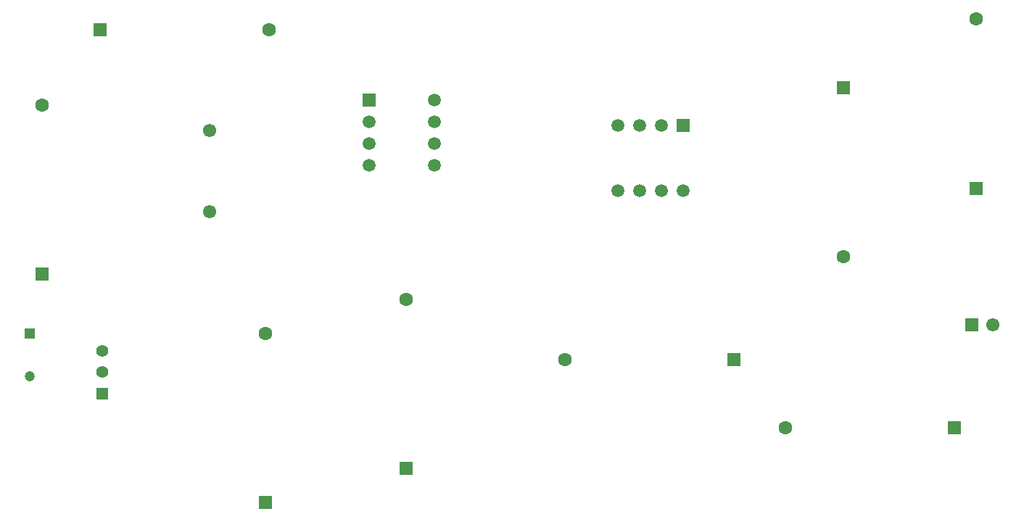
<source format=gbr>
%TF.GenerationSoftware,Altium Limited,Altium Designer,24.9.1 (31)*%
G04 Layer_Color=255*
%FSLAX45Y45*%
%MOMM*%
%TF.SameCoordinates,90D1A1F6-6801-43AA-A97B-90F854C06351*%
%TF.FilePolarity,Positive*%
%TF.FileFunction,Pads,Top*%
%TF.Part,Single*%
G01*
G75*
%TA.AperFunction,ComponentPad*%
%ADD12C,1.20000*%
%ADD13R,1.20000X1.20000*%
%ADD14C,1.60020*%
%ADD15R,1.60020X1.60020*%
%ADD16R,1.50000X1.50000*%
%ADD17C,1.50000*%
%ADD18R,1.50000X1.50000*%
%ADD19R,1.60020X1.60020*%
%ADD20C,1.40000*%
%ADD21R,1.40000X1.40000*%
%ADD22C,1.55000*%
%ADD23R,1.55000X1.55000*%
D12*
X4200000Y4600000D02*
D03*
D13*
Y5100000D02*
D03*
D14*
X8600000Y5500000D02*
D03*
X6950000Y5100000D02*
D03*
X7000000Y8650000D02*
D03*
X15250000Y8773580D02*
D03*
X13026421Y4000000D02*
D03*
X4350000Y7773580D02*
D03*
X10450000Y4800000D02*
D03*
X13700000Y6000000D02*
D03*
D15*
X8600000Y3526420D02*
D03*
X6950000Y3126420D02*
D03*
X15250000Y6800000D02*
D03*
X4350000Y5800000D02*
D03*
X13700000Y7973580D02*
D03*
D16*
X11831000Y7531000D02*
D03*
D17*
X11577000D02*
D03*
X11323000D02*
D03*
X11069000D02*
D03*
X11831000Y6769000D02*
D03*
X11577000D02*
D03*
X11323000D02*
D03*
X11069000D02*
D03*
X8169000Y7577000D02*
D03*
Y7323000D02*
D03*
Y7069000D02*
D03*
X8931000Y7831000D02*
D03*
Y7577000D02*
D03*
Y7323000D02*
D03*
Y7069000D02*
D03*
D18*
X8169000Y7831000D02*
D03*
D19*
X5026420Y8650000D02*
D03*
X15000000Y4000000D02*
D03*
X12423580Y4800000D02*
D03*
D20*
X5050000Y4900000D02*
D03*
Y4650000D02*
D03*
D21*
Y4400000D02*
D03*
D22*
X6300000Y6523000D02*
D03*
Y7477000D02*
D03*
X15450000Y5200000D02*
D03*
D23*
X15200000D02*
D03*
%TF.MD5,f81d0bf33625903db72ab222ad4098a3*%
M02*

</source>
